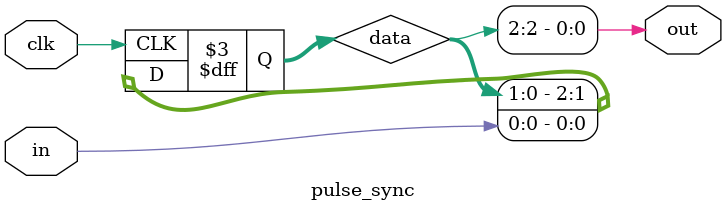
<source format=v>
module cpu_if_cdc #( parameter SYNC_STAGE = 3 ) (
    input  wire        h_clk,
    input  wire        h_reset,

    output reg         h_cpu_if_read = 0,
    output reg         h_cpu_if_write = 0,
    output wire [31:0] h_cpu_if_write_data,
    output wire [31:2] h_cpu_if_address,
    input  wire [31:0] h_cpu_if_read_data,
    input  wire        h_cpu_if_access_complete,

    input  wire        l_clk,
    input  wire        l_reset,

    input  wire        l_cpu_if_read,
    input  wire        l_cpu_if_write,
    input  wire [31:0] l_cpu_if_write_data,
    input  wire [31:2] l_cpu_if_address,
    output wire [31:0] l_cpu_if_read_data,
    output reg         l_cpu_if_access_complete = 0
);

// Read pulse sync logic
reg l_cpu_if_read_r1 = 0;
reg l_cpu_if_read_r2 = 0;
reg l_cpu_if_read_valid = 0;


always @(posedge l_clk) begin
    l_cpu_if_read_r1 <= l_cpu_if_read;
    l_cpu_if_read_r2 <= l_cpu_if_read_r1;
end

wire l_cpu_if_read_pulse = ~l_cpu_if_read_r2 && l_cpu_if_read_r1;
wire l_cpu_if_read_pulse_valid = l_cpu_if_read_pulse & ~l_cpu_if_read_valid;

pulse_sync #( .SYNC_STAGE(SYNC_STAGE) ) 
pulse_sync_l_cpu_if_read_sync (
    .clk   ( l_clk ) ,
    .in    ( l_cpu_if_read_pulse_valid ) ,
    .out   ( l_cpu_if_read_sync ) 
);

pulse_sync #( .SYNC_STAGE(SYNC_STAGE) ) 
pulse_sync_h_cpu_if_read_sync (
    .clk   ( h_clk ) ,
    .in    ( l_cpu_if_read_sync ) ,
    .out   ( h_cpu_if_read_sync ) 
);

reg h_cpu_if_read_r1 = 0;
reg h_cpu_if_read_r2 = 0;

always @(posedge h_clk) begin
    h_cpu_if_read_r1 <= h_cpu_if_read_sync;
    h_cpu_if_read_r2 <= h_cpu_if_read_r1;
end

wire h_cpu_if_read_pulse = ~h_cpu_if_read_r2 && h_cpu_if_read_r1;

always @(posedge h_clk) begin
    h_cpu_if_read <= h_cpu_if_read_pulse;
end

// Write pulse sync logic
reg l_cpu_if_write_r1 = 0;
reg l_cpu_if_write_r2 = 0;
reg l_cpu_if_write_valid = 0;

always @(posedge l_clk) begin
    l_cpu_if_write_r1 <= l_cpu_if_write;
    l_cpu_if_write_r2 <= l_cpu_if_write_r1;
end

wire l_cpu_if_write_pulse = ~l_cpu_if_write_r2 && l_cpu_if_write_r1;
wire l_cpu_if_write_pulse_valid = l_cpu_if_write_pulse & ~l_cpu_if_write_valid;

pulse_sync #( .SYNC_STAGE(SYNC_STAGE) ) 
pulse_sync_l_cpu_if_write_sync (
    .clk   ( l_clk ) ,
    .in    ( l_cpu_if_write_pulse_valid ) ,
    .out   ( l_cpu_if_write_sync ) 
);

pulse_sync #( .SYNC_STAGE(SYNC_STAGE) ) 
pulse_sync_h_cpu_if_write_sync (
    .clk   ( h_clk ) ,
    .in    ( l_cpu_if_write_sync ) ,
    .out   ( h_cpu_if_write_sync )
);

reg h_cpu_if_write_r1 = 0;
reg h_cpu_if_write_r2 = 0;

always @(posedge h_clk) begin
    h_cpu_if_write_r1 <= h_cpu_if_write_sync;
    h_cpu_if_write_r2 <= h_cpu_if_write_r1;
end

wire h_cpu_if_write_pulse = ~h_cpu_if_write_r2 && h_cpu_if_write_r1;

always @(posedge h_clk) begin
    h_cpu_if_write <= h_cpu_if_write_pulse;
end

wire [31:0] l_cpu_if_write_data_sync;

data_sync_mux #( .DATA_WIDTH (32) )
data_sync_mux_l_cpu_if_write_data_sync (
    .clk ( l_clk ) ,
    .sel ( l_cpu_if_write_pulse_valid ) ,
    .in  ( l_cpu_if_write_data ) ,
    .out ( l_cpu_if_write_data_sync )
);

data_sync_mux #( .DATA_WIDTH (32) )
data_sync_mux_h_cpu_if_write_data (
    .clk ( h_clk ) ,
    .sel ( h_cpu_if_write_pulse ) ,
    .in  ( l_cpu_if_write_data_sync ) ,
    .out ( h_cpu_if_write_data )
);

wire [31:2] l_cpu_if_address_sync;

data_sync_mux #( .DATA_WIDTH (30) )
data_sync_mux_l_cpu_if_address_sync (
    .clk ( l_clk ) ,
    .sel ( l_cpu_if_write_pulse_valid | l_cpu_if_read_pulse_valid ) ,
    .in  ( l_cpu_if_address ) ,
    .out ( l_cpu_if_address_sync )
);

data_sync_mux #( .DATA_WIDTH (30) )
data_sync_mux_h_cpu_if_address (
    .clk ( h_clk ) ,
    .sel ( h_cpu_if_write_pulse | h_cpu_if_read_pulse ) ,
    .in  ( l_cpu_if_address_sync ) ,
    .out ( h_cpu_if_address )
);

reg h_cpu_if_access_complete_r1 = 0;
reg h_cpu_if_access_complete_r2 = 0;

always @(posedge h_clk) begin
    h_cpu_if_access_complete_r1 <= h_cpu_if_access_complete;
    h_cpu_if_access_complete_r2 <= h_cpu_if_access_complete_r1;
end

wire h_cpu_if_access_complete_pulse = ~h_cpu_if_access_complete_r2 && h_cpu_if_access_complete_r1;
reg  h_cpu_if_access_complete_latch = 0;

always @(posedge h_clk) begin
    h_cpu_if_access_complete_latch <= h_cpu_if_access_complete_latch ^ h_cpu_if_access_complete_pulse;
end

wire [31:0] h_cpu_if_read_data_latch;

data_sync_mux #( .DATA_WIDTH (32) )
data_sync_mux_h_cpu_if_read_data_latch (
    .clk ( h_clk ) ,
    .sel ( h_cpu_if_access_complete_pulse ) ,
    .in  ( h_cpu_if_read_data ) ,
    .out ( h_cpu_if_read_data_latch )
);

pulse_sync #( .SYNC_STAGE(SYNC_STAGE) ) 
pulse_sync_l_cpu_if_access_complete_latch (
    .clk   ( l_clk ) ,
    .in    ( h_cpu_if_access_complete_latch ) ,
    .out   ( l_cpu_if_access_complete_latch ) 
);

reg l_cpu_if_access_complete_r1 = 0;
reg l_cpu_if_access_complete_r2 = 0;

always @(posedge l_clk) begin
    l_cpu_if_access_complete_r1 <= l_cpu_if_access_complete_latch;
    l_cpu_if_access_complete_r2 <= l_cpu_if_access_complete_r1;
end

wire l_cpu_if_access_complete_pulse = l_cpu_if_access_complete_r2 ^ l_cpu_if_access_complete_r1;

always @(posedge l_clk) begin
    l_cpu_if_access_complete <= l_cpu_if_access_complete_pulse;
end

// read valid in l_clk domain
always @(posedge l_clk) begin
    if (l_reset) begin
        l_cpu_if_read_valid <= 0;
    end else if (l_cpu_if_access_complete_pulse) begin
        l_cpu_if_read_valid <= 0;
    end else begin
        l_cpu_if_read_valid <= l_cpu_if_read_valid ^ l_cpu_if_read_pulse;
    end
end

// write valid in l_clk domain
always @(posedge l_clk) begin
    if (l_reset) begin
        l_cpu_if_write_valid <= 0;
    end else if (l_cpu_if_access_complete_pulse) begin
        l_cpu_if_write_valid <= 0;
    end else begin
        l_cpu_if_write_valid <= l_cpu_if_write_valid ^ l_cpu_if_write_pulse;
    end
end

data_sync_mux #( .DATA_WIDTH (32) )
data_sync_mux_l_cpu_if_read_data (
    .clk ( l_clk ) ,
    .sel ( l_cpu_if_access_complete_pulse & l_cpu_if_read_valid ) ,
    .in  ( h_cpu_if_read_data_latch ) ,
    .out ( l_cpu_if_read_data )
);

endmodule

module data_sync_mux #( parameter DATA_WIDTH = 1 ) (
    input  wire clk,
    input  wire sel,
    input  wire [DATA_WIDTH-1:0] in,
    output wire [DATA_WIDTH-1:0] out
);

reg [DATA_WIDTH-1:0] data = {DATA_WIDTH{1'b0}};

always @(posedge clk) begin
    data <= sel ? in : data;
end

assign out = data;

endmodule

module pulse_sync #( parameter SYNC_STAGE = 3 ) (
    input  wire clk,
    input  wire in,
    output wire out
);

reg [SYNC_STAGE-1:0] data = {SYNC_STAGE{1'b0}};

always @(posedge clk) begin
    data <= {data[SYNC_STAGE-2:0],in};
end

assign out = data[SYNC_STAGE-1];

endmodule

</source>
